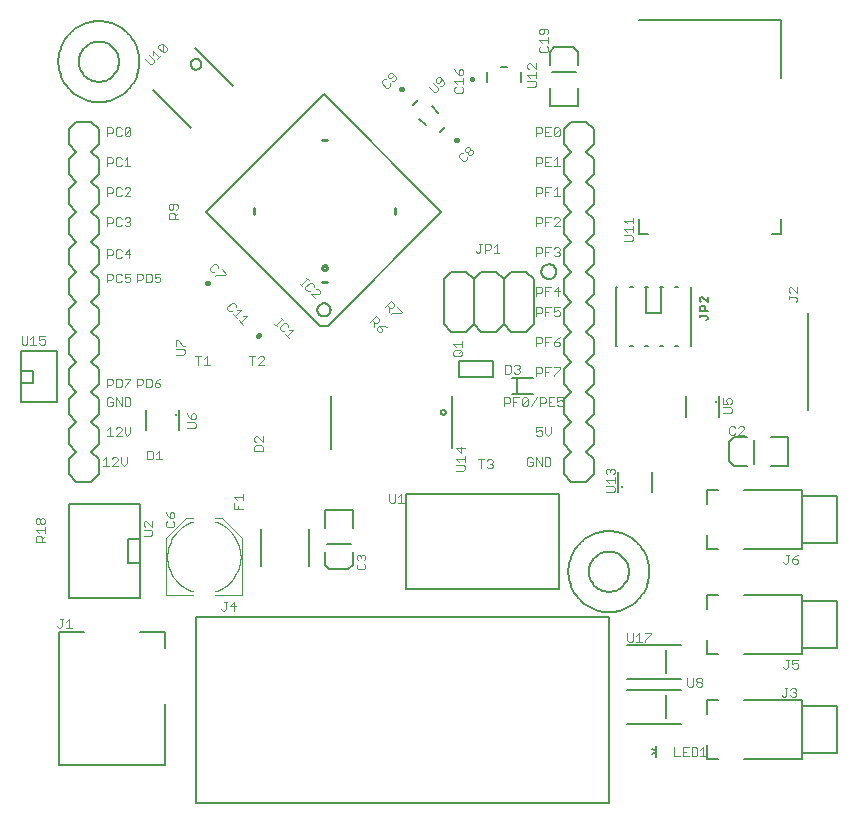
<source format=gto>
G75*
%MOIN*%
%OFA0B0*%
%FSLAX24Y24*%
%IPPOS*%
%LPD*%
%AMOC8*
5,1,8,0,0,1.08239X$1,22.5*
%
%ADD10C,0.0030*%
%ADD11C,0.0060*%
%ADD12C,0.0080*%
%ADD13C,0.0050*%
%ADD14C,0.0040*%
%ADD15C,0.0160*%
%ADD16C,0.0079*%
%ADD17C,0.0100*%
D10*
X001822Y005955D02*
X001870Y005955D01*
X001918Y006003D01*
X001918Y006245D01*
X001870Y006245D02*
X001967Y006245D01*
X002068Y006148D02*
X002165Y006245D01*
X002165Y005955D01*
X002261Y005955D02*
X002068Y005955D01*
X001822Y005955D02*
X001773Y006003D01*
X001353Y008819D02*
X001062Y008819D01*
X001062Y008964D01*
X001111Y009012D01*
X001207Y009012D01*
X001256Y008964D01*
X001256Y008819D01*
X001256Y008915D02*
X001353Y009012D01*
X001353Y009113D02*
X001353Y009307D01*
X001353Y009210D02*
X001062Y009210D01*
X001159Y009113D01*
X001159Y009408D02*
X001111Y009408D01*
X001062Y009456D01*
X001062Y009553D01*
X001111Y009601D01*
X001159Y009601D01*
X001207Y009553D01*
X001207Y009456D01*
X001159Y009408D01*
X001207Y009456D02*
X001256Y009408D01*
X001304Y009408D01*
X001353Y009456D01*
X001353Y009553D01*
X001304Y009601D01*
X001256Y009601D01*
X001207Y009553D01*
X003300Y011340D02*
X003493Y011340D01*
X003397Y011340D02*
X003397Y011630D01*
X003300Y011533D01*
X003595Y011582D02*
X003643Y011630D01*
X003740Y011630D01*
X003788Y011582D01*
X003788Y011533D01*
X003595Y011340D01*
X003788Y011340D01*
X003889Y011437D02*
X003986Y011340D01*
X004083Y011437D01*
X004083Y011630D01*
X003889Y011630D02*
X003889Y011437D01*
X003913Y012340D02*
X003720Y012340D01*
X003913Y012533D01*
X003913Y012582D01*
X003865Y012630D01*
X003768Y012630D01*
X003720Y012582D01*
X003522Y012630D02*
X003522Y012340D01*
X003618Y012340D02*
X003425Y012340D01*
X003425Y012533D02*
X003522Y012630D01*
X004014Y012630D02*
X004014Y012437D01*
X004111Y012340D01*
X004208Y012437D01*
X004208Y012630D01*
X004159Y013340D02*
X004208Y013388D01*
X004208Y013582D01*
X004159Y013630D01*
X004014Y013630D01*
X004014Y013340D01*
X004159Y013340D01*
X003913Y013340D02*
X003913Y013630D01*
X003720Y013630D02*
X003720Y013340D01*
X003618Y013388D02*
X003618Y013485D01*
X003522Y013485D01*
X003618Y013388D02*
X003570Y013340D01*
X003473Y013340D01*
X003425Y013388D01*
X003425Y013582D01*
X003473Y013630D01*
X003570Y013630D01*
X003618Y013582D01*
X003720Y013630D02*
X003913Y013340D01*
X003865Y013965D02*
X003913Y014013D01*
X003913Y014207D01*
X003865Y014255D01*
X003720Y014255D01*
X003720Y013965D01*
X003865Y013965D01*
X004014Y013965D02*
X004014Y014013D01*
X004208Y014207D01*
X004208Y014255D01*
X004014Y014255D01*
X004425Y014255D02*
X004425Y013965D01*
X004425Y014062D02*
X004570Y014062D01*
X004618Y014110D01*
X004618Y014207D01*
X004570Y014255D01*
X004425Y014255D01*
X004720Y014255D02*
X004720Y013965D01*
X004865Y013965D01*
X004913Y014013D01*
X004913Y014207D01*
X004865Y014255D01*
X004720Y014255D01*
X005014Y014110D02*
X005014Y014013D01*
X005063Y013965D01*
X005159Y013965D01*
X005208Y014013D01*
X005208Y014062D01*
X005159Y014110D01*
X005014Y014110D01*
X005111Y014207D01*
X005208Y014255D01*
X005737Y015063D02*
X005979Y015063D01*
X006028Y015112D01*
X006028Y015208D01*
X005979Y015257D01*
X005737Y015257D01*
X005737Y015358D02*
X005737Y015551D01*
X005786Y015551D01*
X005979Y015358D01*
X006028Y015358D01*
X006363Y015005D02*
X006556Y015005D01*
X006459Y015005D02*
X006459Y014715D01*
X006657Y014715D02*
X006851Y014715D01*
X006754Y014715D02*
X006754Y015005D01*
X006657Y014908D01*
X007895Y016132D02*
X008100Y016337D01*
X007963Y016337D01*
X007826Y016200D02*
X007963Y016063D01*
X007755Y016271D02*
X007618Y016408D01*
X007687Y016340D02*
X007892Y016545D01*
X007755Y016545D01*
X007718Y016651D02*
X007718Y016719D01*
X007649Y016788D01*
X007581Y016788D01*
X007444Y016651D01*
X007444Y016582D01*
X007512Y016514D01*
X007581Y016514D01*
X007348Y017727D02*
X007075Y017727D01*
X007040Y017693D01*
X007003Y017799D02*
X006935Y017799D01*
X006866Y017867D01*
X006866Y017936D01*
X007003Y018072D01*
X007072Y018072D01*
X007140Y018004D01*
X007140Y017936D01*
X007246Y017898D02*
X007383Y017761D01*
X007348Y017727D01*
X009012Y016085D02*
X009080Y016017D01*
X009046Y016051D02*
X009251Y016256D01*
X009217Y016290D02*
X009286Y016222D01*
X009322Y016117D02*
X009185Y015980D01*
X009185Y015912D01*
X009253Y015843D01*
X009322Y015843D01*
X009359Y015738D02*
X009496Y015601D01*
X009428Y015669D02*
X009633Y015874D01*
X009496Y015874D01*
X009459Y015980D02*
X009459Y016049D01*
X009390Y016117D01*
X009322Y016117D01*
X010219Y017066D02*
X010493Y017066D01*
X010527Y017101D01*
X010527Y017169D01*
X010459Y017237D01*
X010390Y017237D01*
X010319Y017309D02*
X010319Y017377D01*
X010251Y017446D01*
X010182Y017446D01*
X010045Y017309D01*
X010045Y017241D01*
X010114Y017172D01*
X010182Y017172D01*
X010219Y017066D02*
X010356Y016930D01*
X009941Y017345D02*
X009872Y017414D01*
X009906Y017379D02*
X010112Y017585D01*
X010077Y017619D02*
X010146Y017551D01*
X012198Y016133D02*
X012403Y016338D01*
X012506Y016236D01*
X012506Y016167D01*
X012438Y016099D01*
X012369Y016099D01*
X012267Y016202D01*
X012335Y016133D02*
X012335Y015996D01*
X012441Y015959D02*
X012441Y015891D01*
X012509Y015822D01*
X012578Y015822D01*
X012612Y015856D01*
X012612Y015925D01*
X012509Y016027D01*
X012441Y015959D01*
X012509Y016027D02*
X012646Y016027D01*
X012749Y015993D01*
X012907Y016425D02*
X012941Y016459D01*
X013214Y016459D01*
X013249Y016493D01*
X013112Y016630D01*
X013006Y016667D02*
X012938Y016599D01*
X012869Y016599D01*
X012767Y016702D01*
X012835Y016633D02*
X012835Y016496D01*
X012698Y016633D02*
X012903Y016838D01*
X013006Y016736D01*
X013006Y016667D01*
X014967Y015406D02*
X015064Y015310D01*
X015016Y015208D02*
X015209Y015208D01*
X015258Y015160D01*
X015258Y015063D01*
X015209Y015015D01*
X015016Y015015D01*
X014967Y015063D01*
X014967Y015160D01*
X015016Y015208D01*
X015161Y015112D02*
X015258Y015208D01*
X015258Y015310D02*
X015258Y015503D01*
X015258Y015406D02*
X014967Y015406D01*
X016700Y014718D02*
X016700Y014428D01*
X016845Y014428D01*
X016893Y014476D01*
X016893Y014669D01*
X016845Y014718D01*
X016700Y014718D01*
X016995Y014669D02*
X017043Y014718D01*
X017140Y014718D01*
X017188Y014669D01*
X017188Y014621D01*
X017140Y014573D01*
X017188Y014524D01*
X017188Y014476D01*
X017140Y014428D01*
X017043Y014428D01*
X016995Y014476D01*
X017091Y014573D02*
X017140Y014573D01*
X017738Y014630D02*
X017738Y014340D01*
X017738Y014437D02*
X017883Y014437D01*
X017931Y014485D01*
X017931Y014582D01*
X017883Y014630D01*
X017738Y014630D01*
X018032Y014630D02*
X018032Y014340D01*
X018032Y014485D02*
X018129Y014485D01*
X018032Y014630D02*
X018226Y014630D01*
X018327Y014630D02*
X018520Y014630D01*
X018520Y014582D01*
X018327Y014388D01*
X018327Y014340D01*
X018342Y013630D02*
X018148Y013630D01*
X018148Y013340D01*
X018342Y013340D01*
X018443Y013388D02*
X018491Y013340D01*
X018588Y013340D01*
X018636Y013388D01*
X018636Y013485D01*
X018588Y013533D01*
X018540Y013533D01*
X018443Y013485D01*
X018443Y013630D01*
X018636Y013630D01*
X018245Y013485D02*
X018148Y013485D01*
X018047Y013485D02*
X018047Y013582D01*
X017999Y013630D01*
X017854Y013630D01*
X017854Y013340D01*
X017854Y013437D02*
X017999Y013437D01*
X018047Y013485D01*
X017752Y013630D02*
X017559Y013340D01*
X017458Y013388D02*
X017409Y013340D01*
X017313Y013340D01*
X017264Y013388D01*
X017458Y013582D01*
X017458Y013388D01*
X017264Y013388D02*
X017264Y013582D01*
X017313Y013630D01*
X017409Y013630D01*
X017458Y013582D01*
X017163Y013630D02*
X016970Y013630D01*
X016970Y013340D01*
X016970Y013485D02*
X017066Y013485D01*
X016868Y013485D02*
X016868Y013582D01*
X016820Y013630D01*
X016675Y013630D01*
X016675Y013340D01*
X016675Y013437D02*
X016820Y013437D01*
X016868Y013485D01*
X017738Y012630D02*
X017738Y012485D01*
X017834Y012533D01*
X017883Y012533D01*
X017931Y012485D01*
X017931Y012388D01*
X017883Y012340D01*
X017786Y012340D01*
X017738Y012388D01*
X017738Y012630D02*
X017931Y012630D01*
X018032Y012630D02*
X018032Y012437D01*
X018129Y012340D01*
X018226Y012437D01*
X018226Y012630D01*
X018159Y011630D02*
X018014Y011630D01*
X018014Y011340D01*
X018159Y011340D01*
X018208Y011388D01*
X018208Y011582D01*
X018159Y011630D01*
X017913Y011630D02*
X017913Y011340D01*
X017720Y011630D01*
X017720Y011340D01*
X017618Y011388D02*
X017618Y011485D01*
X017522Y011485D01*
X017618Y011388D02*
X017570Y011340D01*
X017473Y011340D01*
X017425Y011388D01*
X017425Y011582D01*
X017473Y011630D01*
X017570Y011630D01*
X017618Y011582D01*
X016288Y011519D02*
X016288Y011471D01*
X016240Y011423D01*
X016288Y011374D01*
X016288Y011326D01*
X016240Y011278D01*
X016143Y011278D01*
X016095Y011326D01*
X016191Y011423D02*
X016240Y011423D01*
X016288Y011519D02*
X016240Y011568D01*
X016143Y011568D01*
X016095Y011519D01*
X015993Y011568D02*
X015800Y011568D01*
X015897Y011568D02*
X015897Y011278D01*
X015359Y011244D02*
X015359Y011341D01*
X015311Y011389D01*
X015069Y011389D01*
X015166Y011490D02*
X015069Y011587D01*
X015359Y011587D01*
X015359Y011490D02*
X015359Y011684D01*
X015214Y011785D02*
X015214Y011979D01*
X015069Y011930D02*
X015214Y011785D01*
X015359Y011930D02*
X015069Y011930D01*
X015069Y011196D02*
X015311Y011196D01*
X015359Y011244D01*
X013236Y010411D02*
X013236Y010121D01*
X013332Y010121D02*
X013139Y010121D01*
X013038Y010169D02*
X013038Y010411D01*
X013139Y010315D02*
X013236Y010411D01*
X013038Y010169D02*
X012989Y010121D01*
X012893Y010121D01*
X012844Y010169D01*
X012844Y010411D01*
X011990Y008391D02*
X012039Y008342D01*
X012039Y008246D01*
X011990Y008197D01*
X011990Y008096D02*
X012039Y008048D01*
X012039Y007951D01*
X011990Y007903D01*
X011797Y007903D01*
X011749Y007951D01*
X011749Y008048D01*
X011797Y008096D01*
X011797Y008197D02*
X011749Y008246D01*
X011749Y008342D01*
X011797Y008391D01*
X011845Y008391D01*
X011894Y008342D01*
X011942Y008391D01*
X011990Y008391D01*
X011894Y008342D02*
X011894Y008294D01*
X008626Y011844D02*
X008336Y011844D01*
X008336Y011990D01*
X008384Y012038D01*
X008578Y012038D01*
X008626Y011990D01*
X008626Y011844D01*
X008626Y012139D02*
X008433Y012333D01*
X008384Y012333D01*
X008336Y012284D01*
X008336Y012187D01*
X008384Y012139D01*
X008626Y012139D02*
X008626Y012333D01*
X007958Y010416D02*
X007958Y010222D01*
X007958Y010319D02*
X007667Y010319D01*
X007764Y010222D01*
X007667Y010121D02*
X007667Y009928D01*
X007958Y009928D01*
X007812Y009928D02*
X007812Y010024D01*
X005671Y009754D02*
X005623Y009803D01*
X005574Y009803D01*
X005526Y009754D01*
X005526Y009609D01*
X005623Y009609D01*
X005671Y009658D01*
X005671Y009754D01*
X005526Y009609D02*
X005429Y009706D01*
X005381Y009803D01*
X005429Y009508D02*
X005381Y009460D01*
X005381Y009363D01*
X005429Y009315D01*
X005623Y009315D01*
X005671Y009363D01*
X005671Y009460D01*
X005623Y009508D01*
X004936Y009513D02*
X004936Y009319D01*
X004742Y009513D01*
X004694Y009513D01*
X004646Y009464D01*
X004646Y009368D01*
X004694Y009319D01*
X004646Y009218D02*
X004887Y009218D01*
X004936Y009170D01*
X004936Y009073D01*
X004887Y009025D01*
X004646Y009025D01*
X004769Y011564D02*
X004914Y011564D01*
X004962Y011612D01*
X004962Y011806D01*
X004914Y011854D01*
X004769Y011854D01*
X004769Y011564D01*
X005063Y011564D02*
X005257Y011564D01*
X005160Y011564D02*
X005160Y011854D01*
X005063Y011757D01*
X006095Y012615D02*
X006337Y012615D01*
X006385Y012663D01*
X006385Y012760D01*
X006337Y012809D01*
X006095Y012809D01*
X006240Y012910D02*
X006240Y013055D01*
X006288Y013103D01*
X006337Y013103D01*
X006385Y013055D01*
X006385Y012958D01*
X006337Y012910D01*
X006240Y012910D01*
X006143Y013006D01*
X006095Y013103D01*
X008272Y014715D02*
X008272Y015005D01*
X008368Y015005D02*
X008175Y015005D01*
X008470Y014957D02*
X008518Y015005D01*
X008615Y015005D01*
X008663Y014957D01*
X008663Y014908D01*
X008470Y014715D01*
X008663Y014715D01*
X005208Y017513D02*
X005159Y017465D01*
X005063Y017465D01*
X005014Y017513D01*
X005014Y017610D02*
X005111Y017658D01*
X005159Y017658D01*
X005208Y017610D01*
X005208Y017513D01*
X005014Y017610D02*
X005014Y017755D01*
X005208Y017755D01*
X004913Y017707D02*
X004865Y017755D01*
X004720Y017755D01*
X004720Y017465D01*
X004865Y017465D01*
X004913Y017513D01*
X004913Y017707D01*
X004618Y017707D02*
X004618Y017610D01*
X004570Y017562D01*
X004425Y017562D01*
X004425Y017465D02*
X004425Y017755D01*
X004570Y017755D01*
X004618Y017707D01*
X004208Y017755D02*
X004014Y017755D01*
X004014Y017610D01*
X004111Y017658D01*
X004159Y017658D01*
X004208Y017610D01*
X004208Y017513D01*
X004159Y017465D01*
X004063Y017465D01*
X004014Y017513D01*
X003913Y017513D02*
X003865Y017465D01*
X003768Y017465D01*
X003720Y017513D01*
X003720Y017707D01*
X003768Y017755D01*
X003865Y017755D01*
X003913Y017707D01*
X003618Y017707D02*
X003618Y017610D01*
X003570Y017562D01*
X003425Y017562D01*
X003425Y017465D02*
X003425Y017755D01*
X003570Y017755D01*
X003618Y017707D01*
X003768Y018278D02*
X003865Y018278D01*
X003913Y018326D01*
X004014Y018423D02*
X004208Y018423D01*
X004159Y018278D02*
X004159Y018568D01*
X004014Y018423D01*
X003913Y018519D02*
X003865Y018568D01*
X003768Y018568D01*
X003720Y018519D01*
X003720Y018326D01*
X003768Y018278D01*
X003618Y018423D02*
X003570Y018374D01*
X003425Y018374D01*
X003425Y018278D02*
X003425Y018568D01*
X003570Y018568D01*
X003618Y018519D01*
X003618Y018423D01*
X003768Y019340D02*
X003865Y019340D01*
X003913Y019388D01*
X004014Y019388D02*
X004063Y019340D01*
X004159Y019340D01*
X004208Y019388D01*
X004208Y019437D01*
X004159Y019485D01*
X004111Y019485D01*
X004159Y019485D02*
X004208Y019533D01*
X004208Y019582D01*
X004159Y019630D01*
X004063Y019630D01*
X004014Y019582D01*
X003913Y019582D02*
X003865Y019630D01*
X003768Y019630D01*
X003720Y019582D01*
X003720Y019388D01*
X003768Y019340D01*
X003618Y019485D02*
X003570Y019437D01*
X003425Y019437D01*
X003425Y019340D02*
X003425Y019630D01*
X003570Y019630D01*
X003618Y019582D01*
X003618Y019485D01*
X003768Y020340D02*
X003865Y020340D01*
X003913Y020388D01*
X004014Y020340D02*
X004208Y020533D01*
X004208Y020582D01*
X004159Y020630D01*
X004063Y020630D01*
X004014Y020582D01*
X003913Y020582D02*
X003865Y020630D01*
X003768Y020630D01*
X003720Y020582D01*
X003720Y020388D01*
X003768Y020340D01*
X003618Y020485D02*
X003570Y020437D01*
X003425Y020437D01*
X003425Y020340D02*
X003425Y020630D01*
X003570Y020630D01*
X003618Y020582D01*
X003618Y020485D01*
X004014Y020340D02*
X004208Y020340D01*
X004208Y021340D02*
X004014Y021340D01*
X004111Y021340D02*
X004111Y021630D01*
X004014Y021533D01*
X003913Y021582D02*
X003865Y021630D01*
X003768Y021630D01*
X003720Y021582D01*
X003720Y021388D01*
X003768Y021340D01*
X003865Y021340D01*
X003913Y021388D01*
X003618Y021485D02*
X003570Y021437D01*
X003425Y021437D01*
X003425Y021340D02*
X003425Y021630D01*
X003570Y021630D01*
X003618Y021582D01*
X003618Y021485D01*
X003768Y022340D02*
X003865Y022340D01*
X003913Y022388D01*
X004014Y022388D02*
X004208Y022582D01*
X004208Y022388D01*
X004159Y022340D01*
X004063Y022340D01*
X004014Y022388D01*
X004014Y022582D01*
X004063Y022630D01*
X004159Y022630D01*
X004208Y022582D01*
X003913Y022582D02*
X003865Y022630D01*
X003768Y022630D01*
X003720Y022582D01*
X003720Y022388D01*
X003768Y022340D01*
X003618Y022485D02*
X003618Y022582D01*
X003570Y022630D01*
X003425Y022630D01*
X003425Y022340D01*
X003425Y022437D02*
X003570Y022437D01*
X003618Y022485D01*
X004865Y024732D02*
X004694Y024903D01*
X004831Y025040D02*
X005002Y024869D01*
X005002Y024800D01*
X004933Y024732D01*
X004865Y024732D01*
X005107Y024906D02*
X005244Y025043D01*
X005176Y024974D02*
X004971Y025179D01*
X004971Y025043D01*
X005145Y025285D02*
X005145Y025354D01*
X005213Y025422D01*
X005282Y025422D01*
X005282Y025148D01*
X005350Y025148D01*
X005418Y025217D01*
X005418Y025285D01*
X005282Y025422D01*
X005145Y025285D02*
X005282Y025148D01*
X005541Y020078D02*
X005492Y020030D01*
X005492Y019933D01*
X005541Y019885D01*
X005589Y019885D01*
X005637Y019933D01*
X005637Y020078D01*
X005541Y020078D02*
X005734Y020078D01*
X005783Y020030D01*
X005783Y019933D01*
X005734Y019885D01*
X005783Y019783D02*
X005686Y019687D01*
X005686Y019735D02*
X005686Y019590D01*
X005783Y019590D02*
X005492Y019590D01*
X005492Y019735D01*
X005541Y019783D01*
X005637Y019783D01*
X005686Y019735D01*
X001367Y015686D02*
X001174Y015686D01*
X001174Y015541D01*
X001271Y015590D01*
X001319Y015590D01*
X001367Y015541D01*
X001367Y015444D01*
X001319Y015396D01*
X001222Y015396D01*
X001174Y015444D01*
X001073Y015396D02*
X000879Y015396D01*
X000976Y015396D02*
X000976Y015686D01*
X000879Y015590D01*
X000778Y015686D02*
X000778Y015444D01*
X000730Y015396D01*
X000633Y015396D01*
X000584Y015444D01*
X000584Y015686D01*
X003425Y014255D02*
X003425Y013965D01*
X003425Y014062D02*
X003570Y014062D01*
X003618Y014110D01*
X003618Y014207D01*
X003570Y014255D01*
X003425Y014255D01*
X007334Y006818D02*
X007431Y006818D01*
X007383Y006818D02*
X007383Y006576D01*
X007334Y006528D01*
X007286Y006528D01*
X007238Y006576D01*
X007532Y006673D02*
X007726Y006673D01*
X007677Y006818D02*
X007532Y006673D01*
X007677Y006528D02*
X007677Y006818D01*
X017738Y015340D02*
X017738Y015630D01*
X017883Y015630D01*
X017931Y015582D01*
X017931Y015485D01*
X017883Y015437D01*
X017738Y015437D01*
X018032Y015485D02*
X018129Y015485D01*
X018032Y015340D02*
X018032Y015630D01*
X018226Y015630D01*
X018327Y015485D02*
X018472Y015485D01*
X018520Y015437D01*
X018520Y015388D01*
X018472Y015340D01*
X018375Y015340D01*
X018327Y015388D01*
X018327Y015485D01*
X018424Y015582D01*
X018520Y015630D01*
X018472Y016340D02*
X018375Y016340D01*
X018327Y016388D01*
X018327Y016485D02*
X018424Y016533D01*
X018472Y016533D01*
X018520Y016485D01*
X018520Y016388D01*
X018472Y016340D01*
X018327Y016485D02*
X018327Y016630D01*
X018520Y016630D01*
X018226Y016630D02*
X018032Y016630D01*
X018032Y016340D01*
X018032Y016485D02*
X018129Y016485D01*
X017931Y016485D02*
X017883Y016437D01*
X017738Y016437D01*
X017738Y016340D02*
X017738Y016630D01*
X017883Y016630D01*
X017931Y016582D01*
X017931Y016485D01*
X018032Y017028D02*
X018032Y017318D01*
X018226Y017318D01*
X018129Y017173D02*
X018032Y017173D01*
X017931Y017173D02*
X017883Y017124D01*
X017738Y017124D01*
X017738Y017028D02*
X017738Y017318D01*
X017883Y017318D01*
X017931Y017269D01*
X017931Y017173D01*
X018327Y017173D02*
X018520Y017173D01*
X018472Y017028D02*
X018472Y017318D01*
X018327Y017173D01*
X018375Y018340D02*
X018327Y018388D01*
X018375Y018340D02*
X018472Y018340D01*
X018520Y018388D01*
X018520Y018437D01*
X018472Y018485D01*
X018424Y018485D01*
X018472Y018485D02*
X018520Y018533D01*
X018520Y018582D01*
X018472Y018630D01*
X018375Y018630D01*
X018327Y018582D01*
X018226Y018630D02*
X018032Y018630D01*
X018032Y018340D01*
X018032Y018485D02*
X018129Y018485D01*
X017931Y018485D02*
X017883Y018437D01*
X017738Y018437D01*
X017738Y018340D02*
X017738Y018630D01*
X017883Y018630D01*
X017931Y018582D01*
X017931Y018485D01*
X018032Y019340D02*
X018032Y019630D01*
X018226Y019630D01*
X018327Y019582D02*
X018375Y019630D01*
X018472Y019630D01*
X018520Y019582D01*
X018520Y019533D01*
X018327Y019340D01*
X018520Y019340D01*
X018129Y019485D02*
X018032Y019485D01*
X017931Y019485D02*
X017883Y019437D01*
X017738Y019437D01*
X017738Y019340D02*
X017738Y019630D01*
X017883Y019630D01*
X017931Y019582D01*
X017931Y019485D01*
X018032Y020340D02*
X018032Y020630D01*
X018226Y020630D01*
X018327Y020533D02*
X018424Y020630D01*
X018424Y020340D01*
X018520Y020340D02*
X018327Y020340D01*
X018129Y020485D02*
X018032Y020485D01*
X017931Y020485D02*
X017883Y020437D01*
X017738Y020437D01*
X017738Y020340D02*
X017738Y020630D01*
X017883Y020630D01*
X017931Y020582D01*
X017931Y020485D01*
X018032Y021340D02*
X018226Y021340D01*
X018327Y021340D02*
X018520Y021340D01*
X018424Y021340D02*
X018424Y021630D01*
X018327Y021533D01*
X018226Y021630D02*
X018032Y021630D01*
X018032Y021340D01*
X018032Y021485D02*
X018129Y021485D01*
X017931Y021485D02*
X017883Y021437D01*
X017738Y021437D01*
X017738Y021340D02*
X017738Y021630D01*
X017883Y021630D01*
X017931Y021582D01*
X017931Y021485D01*
X018032Y022340D02*
X018226Y022340D01*
X018327Y022388D02*
X018520Y022582D01*
X018520Y022388D01*
X018472Y022340D01*
X018375Y022340D01*
X018327Y022388D01*
X018327Y022582D01*
X018375Y022630D01*
X018472Y022630D01*
X018520Y022582D01*
X018226Y022630D02*
X018032Y022630D01*
X018032Y022340D01*
X018032Y022485D02*
X018129Y022485D01*
X017931Y022485D02*
X017883Y022437D01*
X017738Y022437D01*
X017738Y022340D02*
X017738Y022630D01*
X017883Y022630D01*
X017931Y022582D01*
X017931Y022485D01*
X017684Y023990D02*
X017442Y023990D01*
X017442Y024183D02*
X017684Y024183D01*
X017733Y024135D01*
X017733Y024038D01*
X017684Y023990D01*
X017733Y024285D02*
X017733Y024478D01*
X017733Y024381D02*
X017442Y024381D01*
X017539Y024285D01*
X017491Y024579D02*
X017442Y024628D01*
X017442Y024724D01*
X017491Y024773D01*
X017539Y024773D01*
X017733Y024579D01*
X017733Y024773D01*
X017892Y025144D02*
X018085Y025144D01*
X018134Y025192D01*
X018134Y025289D01*
X018085Y025337D01*
X018134Y025438D02*
X018134Y025632D01*
X018134Y025535D02*
X017843Y025535D01*
X017940Y025438D01*
X017892Y025337D02*
X017843Y025289D01*
X017843Y025192D01*
X017892Y025144D01*
X017892Y025733D02*
X017843Y025781D01*
X017843Y025878D01*
X017892Y025926D01*
X018085Y025926D01*
X018134Y025878D01*
X018134Y025781D01*
X018085Y025733D01*
X017989Y025781D02*
X017989Y025926D01*
X017989Y025781D02*
X017940Y025733D01*
X017892Y025733D01*
X015303Y024522D02*
X015254Y024570D01*
X015206Y024570D01*
X015157Y024522D01*
X015157Y024377D01*
X015254Y024377D01*
X015303Y024425D01*
X015303Y024522D01*
X015157Y024377D02*
X015061Y024474D01*
X015012Y024570D01*
X015012Y024179D02*
X015303Y024179D01*
X015303Y024082D02*
X015303Y024276D01*
X015109Y024082D02*
X015012Y024179D01*
X015061Y023981D02*
X015012Y023933D01*
X015012Y023836D01*
X015061Y023788D01*
X015254Y023788D01*
X015303Y023836D01*
X015303Y023933D01*
X015254Y023981D01*
X014666Y024094D02*
X014666Y024162D01*
X014530Y024299D01*
X014461Y024299D01*
X014393Y024230D01*
X014393Y024162D01*
X014427Y024128D01*
X014495Y024128D01*
X014598Y024230D01*
X014666Y024094D02*
X014598Y024025D01*
X014530Y024025D01*
X014458Y023954D02*
X014287Y024125D01*
X014150Y023988D02*
X014321Y023817D01*
X014390Y023817D01*
X014458Y023885D01*
X014458Y023954D01*
X013073Y024237D02*
X013073Y024305D01*
X012936Y024442D01*
X012868Y024442D01*
X012800Y024374D01*
X012800Y024305D01*
X012834Y024271D01*
X012902Y024271D01*
X013005Y024374D01*
X013073Y024237D02*
X013005Y024168D01*
X012936Y024168D01*
X012865Y024097D02*
X012865Y024028D01*
X012796Y023960D01*
X012728Y023960D01*
X012591Y024097D01*
X012591Y024165D01*
X012660Y024234D01*
X012728Y024234D01*
X015221Y021778D02*
X015152Y021709D01*
X015152Y021641D01*
X015289Y021504D01*
X015357Y021504D01*
X015426Y021572D01*
X015426Y021641D01*
X015497Y021712D02*
X015463Y021746D01*
X015463Y021815D01*
X015531Y021883D01*
X015600Y021883D01*
X015634Y021849D01*
X015634Y021781D01*
X015566Y021712D01*
X015497Y021712D01*
X015463Y021815D02*
X015395Y021815D01*
X015360Y021849D01*
X015360Y021917D01*
X015429Y021986D01*
X015497Y021986D01*
X015531Y021952D01*
X015531Y021883D01*
X015289Y021778D02*
X015221Y021778D01*
X015825Y018748D02*
X015922Y018748D01*
X015874Y018748D02*
X015874Y018506D01*
X015825Y018458D01*
X015777Y018458D01*
X015729Y018506D01*
X016023Y018554D02*
X016168Y018554D01*
X016217Y018603D01*
X016217Y018699D01*
X016168Y018748D01*
X016023Y018748D01*
X016023Y018458D01*
X016318Y018458D02*
X016511Y018458D01*
X016415Y018458D02*
X016415Y018748D01*
X016318Y018651D01*
X020664Y018843D02*
X020906Y018843D01*
X020954Y018891D01*
X020954Y018988D01*
X020906Y019036D01*
X020664Y019036D01*
X020761Y019138D02*
X020664Y019234D01*
X020954Y019234D01*
X020954Y019138D02*
X020954Y019331D01*
X020954Y019432D02*
X020954Y019626D01*
X020954Y019529D02*
X020664Y019529D01*
X020761Y019432D01*
X026149Y017267D02*
X026149Y017171D01*
X026197Y017122D01*
X026149Y017021D02*
X026149Y016924D01*
X026149Y016973D02*
X026390Y016973D01*
X026439Y016924D01*
X026439Y016876D01*
X026390Y016828D01*
X026439Y017122D02*
X026245Y017316D01*
X026197Y017316D01*
X026149Y017267D01*
X026439Y017316D02*
X026439Y017122D01*
X024212Y013603D02*
X024260Y013555D01*
X024260Y013458D01*
X024212Y013410D01*
X024115Y013410D02*
X024067Y013506D01*
X024067Y013555D01*
X024115Y013603D01*
X024212Y013603D01*
X024115Y013410D02*
X023970Y013410D01*
X023970Y013603D01*
X023970Y013309D02*
X024212Y013309D01*
X024260Y013260D01*
X024260Y013163D01*
X024212Y013115D01*
X023970Y013115D01*
X024223Y012674D02*
X024175Y012626D01*
X024175Y012432D01*
X024223Y012384D01*
X024320Y012384D01*
X024368Y012432D01*
X024470Y012384D02*
X024663Y012577D01*
X024663Y012626D01*
X024615Y012674D01*
X024518Y012674D01*
X024470Y012626D01*
X024368Y012626D02*
X024320Y012674D01*
X024223Y012674D01*
X024470Y012384D02*
X024663Y012384D01*
X026076Y008379D02*
X026173Y008379D01*
X026125Y008379D02*
X026125Y008137D01*
X026076Y008089D01*
X026028Y008089D01*
X025979Y008137D01*
X026274Y008137D02*
X026274Y008234D01*
X026419Y008234D01*
X026468Y008186D01*
X026468Y008137D01*
X026419Y008089D01*
X026322Y008089D01*
X026274Y008137D01*
X026274Y008234D02*
X026371Y008331D01*
X026468Y008379D01*
X026468Y004879D02*
X026274Y004879D01*
X026274Y004734D01*
X026371Y004782D01*
X026419Y004782D01*
X026468Y004734D01*
X026468Y004637D01*
X026419Y004589D01*
X026322Y004589D01*
X026274Y004637D01*
X026125Y004637D02*
X026125Y004879D01*
X026173Y004879D02*
X026076Y004879D01*
X026125Y004637D02*
X026076Y004589D01*
X026028Y004589D01*
X025979Y004637D01*
X026014Y003942D02*
X026110Y003942D01*
X026062Y003942D02*
X026062Y003700D01*
X026014Y003651D01*
X025965Y003651D01*
X025917Y003700D01*
X026212Y003700D02*
X026260Y003651D01*
X026357Y003651D01*
X026405Y003700D01*
X026405Y003748D01*
X026357Y003797D01*
X026308Y003797D01*
X026357Y003797D02*
X026405Y003845D01*
X026405Y003893D01*
X026357Y003942D01*
X026260Y003942D01*
X026212Y003893D01*
X023263Y004038D02*
X023215Y003990D01*
X023118Y003990D01*
X023070Y004038D01*
X023070Y004087D01*
X023118Y004135D01*
X023215Y004135D01*
X023263Y004087D01*
X023263Y004038D01*
X023215Y004135D02*
X023263Y004183D01*
X023263Y004232D01*
X023215Y004280D01*
X023118Y004280D01*
X023070Y004232D01*
X023070Y004183D01*
X023118Y004135D01*
X022968Y004038D02*
X022968Y004280D01*
X022775Y004280D02*
X022775Y004038D01*
X022823Y003990D01*
X022920Y003990D01*
X022968Y004038D01*
X021364Y005490D02*
X021364Y005538D01*
X021558Y005732D01*
X021558Y005780D01*
X021364Y005780D01*
X021166Y005780D02*
X021166Y005490D01*
X021070Y005490D02*
X021263Y005490D01*
X021070Y005683D02*
X021166Y005780D01*
X020968Y005780D02*
X020968Y005538D01*
X020920Y005490D01*
X020823Y005490D01*
X020775Y005538D01*
X020775Y005780D01*
X022325Y001968D02*
X022325Y001678D01*
X022518Y001678D01*
X022620Y001678D02*
X022620Y001968D01*
X022813Y001968D01*
X022914Y001968D02*
X022914Y001678D01*
X023059Y001678D01*
X023108Y001726D01*
X023108Y001919D01*
X023059Y001968D01*
X022914Y001968D01*
X022716Y001823D02*
X022620Y001823D01*
X022620Y001678D02*
X022813Y001678D01*
X023209Y001678D02*
X023402Y001678D01*
X023306Y001678D02*
X023306Y001968D01*
X023209Y001871D01*
X020302Y010476D02*
X020060Y010476D01*
X020060Y010669D02*
X020302Y010669D01*
X020350Y010621D01*
X020350Y010524D01*
X020302Y010476D01*
X020350Y010770D02*
X020350Y010964D01*
X020350Y010867D02*
X020060Y010867D01*
X020156Y010770D01*
X020108Y011065D02*
X020060Y011113D01*
X020060Y011210D01*
X020108Y011258D01*
X020156Y011258D01*
X020205Y011210D01*
X020253Y011258D01*
X020302Y011258D01*
X020350Y011210D01*
X020350Y011113D01*
X020302Y011065D01*
X020205Y011162D02*
X020205Y011210D01*
D11*
X020476Y011160D02*
X020476Y010485D01*
X021596Y010485D02*
X021596Y011160D01*
X022724Y012990D02*
X022724Y013665D01*
X023844Y013665D02*
X023844Y012990D01*
X018810Y007825D02*
X018812Y007898D01*
X018818Y007971D01*
X018828Y008043D01*
X018842Y008115D01*
X018859Y008186D01*
X018881Y008256D01*
X018906Y008325D01*
X018935Y008392D01*
X018967Y008457D01*
X019003Y008521D01*
X019043Y008583D01*
X019085Y008642D01*
X019131Y008699D01*
X019180Y008753D01*
X019232Y008805D01*
X019286Y008854D01*
X019343Y008900D01*
X019402Y008942D01*
X019464Y008982D01*
X019528Y009018D01*
X019593Y009050D01*
X019660Y009079D01*
X019729Y009104D01*
X019799Y009126D01*
X019870Y009143D01*
X019942Y009157D01*
X020014Y009167D01*
X020087Y009173D01*
X020160Y009175D01*
X020233Y009173D01*
X020306Y009167D01*
X020378Y009157D01*
X020450Y009143D01*
X020521Y009126D01*
X020591Y009104D01*
X020660Y009079D01*
X020727Y009050D01*
X020792Y009018D01*
X020856Y008982D01*
X020918Y008942D01*
X020977Y008900D01*
X021034Y008854D01*
X021088Y008805D01*
X021140Y008753D01*
X021189Y008699D01*
X021235Y008642D01*
X021277Y008583D01*
X021317Y008521D01*
X021353Y008457D01*
X021385Y008392D01*
X021414Y008325D01*
X021439Y008256D01*
X021461Y008186D01*
X021478Y008115D01*
X021492Y008043D01*
X021502Y007971D01*
X021508Y007898D01*
X021510Y007825D01*
X021508Y007752D01*
X021502Y007679D01*
X021492Y007607D01*
X021478Y007535D01*
X021461Y007464D01*
X021439Y007394D01*
X021414Y007325D01*
X021385Y007258D01*
X021353Y007193D01*
X021317Y007129D01*
X021277Y007067D01*
X021235Y007008D01*
X021189Y006951D01*
X021140Y006897D01*
X021088Y006845D01*
X021034Y006796D01*
X020977Y006750D01*
X020918Y006708D01*
X020856Y006668D01*
X020792Y006632D01*
X020727Y006600D01*
X020660Y006571D01*
X020591Y006546D01*
X020521Y006524D01*
X020450Y006507D01*
X020378Y006493D01*
X020306Y006483D01*
X020233Y006477D01*
X020160Y006475D01*
X020087Y006477D01*
X020014Y006483D01*
X019942Y006493D01*
X019870Y006507D01*
X019799Y006524D01*
X019729Y006546D01*
X019660Y006571D01*
X019593Y006600D01*
X019528Y006632D01*
X019464Y006668D01*
X019402Y006708D01*
X019343Y006750D01*
X019286Y006796D01*
X019232Y006845D01*
X019180Y006897D01*
X019131Y006951D01*
X019085Y007008D01*
X019043Y007067D01*
X019003Y007129D01*
X018967Y007193D01*
X018935Y007258D01*
X018906Y007325D01*
X018881Y007394D01*
X018859Y007464D01*
X018842Y007535D01*
X018828Y007607D01*
X018818Y007679D01*
X018812Y007752D01*
X018810Y007825D01*
X016297Y014319D02*
X015148Y014319D01*
X015148Y014831D01*
X016297Y014831D01*
X016297Y014319D01*
X016410Y015825D02*
X015910Y015825D01*
X015660Y016075D01*
X015410Y015825D01*
X014910Y015825D01*
X014660Y016075D01*
X014660Y017575D01*
X014910Y017825D01*
X015410Y017825D01*
X015660Y017575D01*
X015660Y016075D01*
X016410Y015825D02*
X016660Y016075D01*
X016660Y017575D01*
X016410Y017825D01*
X015910Y017825D01*
X015660Y017575D01*
X016660Y017575D02*
X016910Y017825D01*
X017410Y017825D01*
X017660Y017575D01*
X017660Y016075D01*
X017410Y015825D01*
X016910Y015825D01*
X016660Y016075D01*
X014577Y019825D02*
X010780Y016028D01*
X010540Y016028D01*
X006743Y019825D01*
X010660Y023742D01*
X014577Y019825D01*
X010440Y016551D02*
X010442Y016580D01*
X010448Y016609D01*
X010457Y016637D01*
X010471Y016663D01*
X010487Y016687D01*
X010507Y016709D01*
X010530Y016728D01*
X010554Y016744D01*
X010581Y016756D01*
X010609Y016765D01*
X010638Y016770D01*
X010667Y016771D01*
X010697Y016768D01*
X010725Y016761D01*
X010753Y016751D01*
X010778Y016736D01*
X010802Y016719D01*
X010823Y016699D01*
X010841Y016676D01*
X010856Y016650D01*
X010868Y016623D01*
X010876Y016595D01*
X010880Y016566D01*
X010880Y016536D01*
X010876Y016507D01*
X010868Y016479D01*
X010856Y016452D01*
X010841Y016426D01*
X010823Y016403D01*
X010802Y016383D01*
X010778Y016366D01*
X010753Y016351D01*
X010725Y016341D01*
X010697Y016334D01*
X010667Y016331D01*
X010638Y016332D01*
X010609Y016337D01*
X010581Y016346D01*
X010554Y016358D01*
X010530Y016374D01*
X010507Y016393D01*
X010487Y016415D01*
X010471Y016439D01*
X010457Y016465D01*
X010448Y016493D01*
X010442Y016522D01*
X010440Y016551D01*
X005844Y013227D02*
X005844Y012552D01*
X004724Y012552D02*
X004724Y013227D01*
X006220Y022614D02*
X004949Y023885D01*
X006218Y024742D02*
X006220Y024768D01*
X006226Y024794D01*
X006235Y024818D01*
X006248Y024841D01*
X006264Y024862D01*
X006283Y024880D01*
X006304Y024896D01*
X006328Y024908D01*
X006352Y024916D01*
X006378Y024921D01*
X006405Y024922D01*
X006431Y024919D01*
X006456Y024912D01*
X006480Y024902D01*
X006503Y024888D01*
X006523Y024872D01*
X006540Y024852D01*
X006555Y024830D01*
X006566Y024806D01*
X006574Y024781D01*
X006578Y024755D01*
X006578Y024729D01*
X006574Y024703D01*
X006566Y024678D01*
X006555Y024654D01*
X006540Y024632D01*
X006523Y024612D01*
X006503Y024596D01*
X006480Y024582D01*
X006456Y024572D01*
X006431Y024565D01*
X006405Y024562D01*
X006378Y024563D01*
X006352Y024568D01*
X006328Y024576D01*
X006304Y024588D01*
X006283Y024604D01*
X006264Y024622D01*
X006248Y024643D01*
X006235Y024666D01*
X006226Y024690D01*
X006220Y024716D01*
X006218Y024742D01*
X006350Y025286D02*
X007621Y024015D01*
X001810Y024825D02*
X001812Y024898D01*
X001818Y024971D01*
X001828Y025043D01*
X001842Y025115D01*
X001859Y025186D01*
X001881Y025256D01*
X001906Y025325D01*
X001935Y025392D01*
X001967Y025457D01*
X002003Y025521D01*
X002043Y025583D01*
X002085Y025642D01*
X002131Y025699D01*
X002180Y025753D01*
X002232Y025805D01*
X002286Y025854D01*
X002343Y025900D01*
X002402Y025942D01*
X002464Y025982D01*
X002528Y026018D01*
X002593Y026050D01*
X002660Y026079D01*
X002729Y026104D01*
X002799Y026126D01*
X002870Y026143D01*
X002942Y026157D01*
X003014Y026167D01*
X003087Y026173D01*
X003160Y026175D01*
X003233Y026173D01*
X003306Y026167D01*
X003378Y026157D01*
X003450Y026143D01*
X003521Y026126D01*
X003591Y026104D01*
X003660Y026079D01*
X003727Y026050D01*
X003792Y026018D01*
X003856Y025982D01*
X003918Y025942D01*
X003977Y025900D01*
X004034Y025854D01*
X004088Y025805D01*
X004140Y025753D01*
X004189Y025699D01*
X004235Y025642D01*
X004277Y025583D01*
X004317Y025521D01*
X004353Y025457D01*
X004385Y025392D01*
X004414Y025325D01*
X004439Y025256D01*
X004461Y025186D01*
X004478Y025115D01*
X004492Y025043D01*
X004502Y024971D01*
X004508Y024898D01*
X004510Y024825D01*
X004508Y024752D01*
X004502Y024679D01*
X004492Y024607D01*
X004478Y024535D01*
X004461Y024464D01*
X004439Y024394D01*
X004414Y024325D01*
X004385Y024258D01*
X004353Y024193D01*
X004317Y024129D01*
X004277Y024067D01*
X004235Y024008D01*
X004189Y023951D01*
X004140Y023897D01*
X004088Y023845D01*
X004034Y023796D01*
X003977Y023750D01*
X003918Y023708D01*
X003856Y023668D01*
X003792Y023632D01*
X003727Y023600D01*
X003660Y023571D01*
X003591Y023546D01*
X003521Y023524D01*
X003450Y023507D01*
X003378Y023493D01*
X003306Y023483D01*
X003233Y023477D01*
X003160Y023475D01*
X003087Y023477D01*
X003014Y023483D01*
X002942Y023493D01*
X002870Y023507D01*
X002799Y023524D01*
X002729Y023546D01*
X002660Y023571D01*
X002593Y023600D01*
X002528Y023632D01*
X002464Y023668D01*
X002402Y023708D01*
X002343Y023750D01*
X002286Y023796D01*
X002232Y023845D01*
X002180Y023897D01*
X002131Y023951D01*
X002085Y024008D01*
X002043Y024067D01*
X002003Y024129D01*
X001967Y024193D01*
X001935Y024258D01*
X001906Y024325D01*
X001881Y024394D01*
X001859Y024464D01*
X001842Y024535D01*
X001828Y024607D01*
X001818Y024679D01*
X001812Y024752D01*
X001810Y024825D01*
D12*
X002491Y024825D02*
X002493Y024876D01*
X002499Y024927D01*
X002509Y024977D01*
X002522Y025027D01*
X002540Y025075D01*
X002560Y025122D01*
X002585Y025167D01*
X002613Y025210D01*
X002644Y025251D01*
X002678Y025289D01*
X002715Y025324D01*
X002754Y025357D01*
X002796Y025387D01*
X002840Y025413D01*
X002886Y025435D01*
X002934Y025455D01*
X002983Y025470D01*
X003033Y025482D01*
X003083Y025490D01*
X003134Y025494D01*
X003186Y025494D01*
X003237Y025490D01*
X003287Y025482D01*
X003337Y025470D01*
X003386Y025455D01*
X003434Y025435D01*
X003480Y025413D01*
X003524Y025387D01*
X003566Y025357D01*
X003605Y025324D01*
X003642Y025289D01*
X003676Y025251D01*
X003707Y025210D01*
X003735Y025167D01*
X003760Y025122D01*
X003780Y025075D01*
X003798Y025027D01*
X003811Y024977D01*
X003821Y024927D01*
X003827Y024876D01*
X003829Y024825D01*
X003827Y024774D01*
X003821Y024723D01*
X003811Y024673D01*
X003798Y024623D01*
X003780Y024575D01*
X003760Y024528D01*
X003735Y024483D01*
X003707Y024440D01*
X003676Y024399D01*
X003642Y024361D01*
X003605Y024326D01*
X003566Y024293D01*
X003524Y024263D01*
X003480Y024237D01*
X003434Y024215D01*
X003386Y024195D01*
X003337Y024180D01*
X003287Y024168D01*
X003237Y024160D01*
X003186Y024156D01*
X003134Y024156D01*
X003083Y024160D01*
X003033Y024168D01*
X002983Y024180D01*
X002934Y024195D01*
X002886Y024215D01*
X002840Y024237D01*
X002796Y024263D01*
X002754Y024293D01*
X002715Y024326D01*
X002678Y024361D01*
X002644Y024399D01*
X002613Y024440D01*
X002585Y024483D01*
X002560Y024528D01*
X002540Y024575D01*
X002522Y024623D01*
X002509Y024673D01*
X002499Y024723D01*
X002493Y024774D01*
X002491Y024825D01*
X002410Y022825D02*
X002160Y022575D01*
X002160Y022075D01*
X002410Y021825D01*
X002160Y021575D01*
X002160Y021075D01*
X002410Y020825D01*
X002160Y020575D01*
X002160Y020075D01*
X002410Y019825D01*
X002160Y019575D01*
X002160Y019075D01*
X002410Y018825D01*
X002160Y018575D01*
X002160Y018075D01*
X002410Y017825D01*
X002160Y017575D01*
X002160Y017075D01*
X002410Y016825D01*
X002160Y016575D01*
X002160Y016075D01*
X002410Y015825D01*
X002160Y015575D01*
X002160Y015075D01*
X002410Y014825D01*
X002160Y014575D01*
X002160Y014075D01*
X002410Y013825D01*
X002160Y013575D01*
X002160Y013075D01*
X002410Y012825D01*
X002160Y012575D01*
X002160Y012075D01*
X002410Y011825D01*
X002160Y011575D01*
X002160Y011075D01*
X002410Y010825D01*
X002910Y010825D01*
X003160Y011075D01*
X003160Y011575D01*
X002910Y011825D01*
X003160Y012075D01*
X003160Y012575D01*
X002910Y012825D01*
X003160Y013075D01*
X003160Y013575D01*
X002910Y013825D01*
X003160Y014075D01*
X003160Y014575D01*
X002910Y014825D01*
X003160Y015075D01*
X003160Y015575D01*
X002910Y015825D01*
X003160Y016075D01*
X003160Y016575D01*
X002910Y016825D01*
X003160Y017075D01*
X003160Y017575D01*
X002910Y017825D01*
X003160Y018075D01*
X003160Y018575D01*
X002910Y018825D01*
X003160Y019075D01*
X003160Y019575D01*
X002910Y019825D01*
X003160Y020075D01*
X003160Y020575D01*
X002910Y020825D01*
X003160Y021075D01*
X003160Y021575D01*
X002910Y021825D01*
X003160Y022075D01*
X003160Y022575D01*
X002910Y022825D01*
X002410Y022825D01*
X010884Y013671D02*
X010884Y011919D01*
X010688Y009872D02*
X011632Y009872D01*
X011632Y009281D01*
X011632Y008494D02*
X011632Y008061D01*
X011475Y007903D01*
X010845Y007903D01*
X010688Y008061D01*
X010688Y008494D01*
X010148Y008000D02*
X010148Y009250D01*
X010688Y009281D02*
X010688Y009872D01*
X008548Y009250D02*
X008548Y008000D01*
X005369Y005815D02*
X005369Y005275D01*
X005369Y005815D02*
X004542Y005815D01*
X002653Y005815D02*
X001826Y005815D01*
X001826Y001385D01*
X005369Y001385D02*
X005369Y003425D01*
X014932Y011939D02*
X014932Y013671D01*
X014552Y013140D02*
X014554Y013158D01*
X014560Y013175D01*
X014569Y013191D01*
X014582Y013204D01*
X014597Y013214D01*
X014614Y013221D01*
X014631Y013224D01*
X014650Y013223D01*
X014667Y013218D01*
X014683Y013210D01*
X014697Y013198D01*
X014708Y013183D01*
X014716Y013167D01*
X014720Y013149D01*
X014720Y013131D01*
X014716Y013113D01*
X014708Y013097D01*
X014697Y013082D01*
X014683Y013070D01*
X014667Y013062D01*
X014650Y013057D01*
X014631Y013056D01*
X014614Y013059D01*
X014597Y013066D01*
X014582Y013076D01*
X014569Y013089D01*
X014560Y013105D01*
X014554Y013122D01*
X014552Y013140D01*
X016931Y013757D02*
X017088Y013757D01*
X017088Y014268D01*
X017639Y014268D01*
X017639Y013757D02*
X017088Y013757D01*
X017088Y014268D02*
X016931Y014268D01*
X018660Y014075D02*
X018660Y014575D01*
X018910Y014825D01*
X018660Y015075D01*
X018660Y015575D01*
X018910Y015825D01*
X018660Y016075D01*
X018660Y016575D01*
X018910Y016825D01*
X018660Y017075D01*
X018660Y017575D01*
X018910Y017825D01*
X018660Y018075D01*
X018660Y018575D01*
X018910Y018825D01*
X018660Y019075D01*
X018660Y019575D01*
X018910Y019825D01*
X018660Y020075D01*
X018660Y020575D01*
X018910Y020825D01*
X018660Y021075D01*
X018660Y021575D01*
X018910Y021825D01*
X018660Y022075D01*
X018660Y022575D01*
X018910Y022825D01*
X019410Y022825D01*
X019660Y022575D01*
X019660Y022075D01*
X019410Y021825D01*
X019660Y021575D01*
X019660Y021075D01*
X019410Y020825D01*
X019660Y020575D01*
X019660Y020075D01*
X019410Y019825D01*
X019660Y019575D01*
X019660Y019075D01*
X019410Y018825D01*
X019660Y018575D01*
X019660Y018075D01*
X019410Y017825D01*
X019660Y017575D01*
X019660Y017075D01*
X019410Y016825D01*
X019660Y016575D01*
X019660Y016075D01*
X019410Y015825D01*
X019660Y015575D01*
X019660Y015075D01*
X019410Y014825D01*
X019660Y014575D01*
X019660Y014075D01*
X019410Y013825D01*
X019660Y013575D01*
X019660Y013075D01*
X019410Y012825D01*
X019660Y012575D01*
X019660Y012075D01*
X019410Y011825D01*
X019660Y011575D01*
X019660Y011075D01*
X019410Y010825D01*
X018910Y010825D01*
X018660Y011075D01*
X018660Y011575D01*
X018910Y011825D01*
X018660Y012075D01*
X018660Y012575D01*
X018910Y012825D01*
X018660Y013075D01*
X018660Y013575D01*
X018910Y013825D01*
X018660Y014075D01*
X024176Y012140D02*
X024176Y011510D01*
X024333Y011353D01*
X024766Y011353D01*
X025554Y011353D02*
X026144Y011353D01*
X026144Y012297D01*
X025554Y012297D01*
X024766Y012297D02*
X024333Y012297D01*
X024176Y012140D01*
X019491Y007825D02*
X019493Y007876D01*
X019499Y007927D01*
X019509Y007977D01*
X019522Y008027D01*
X019540Y008075D01*
X019560Y008122D01*
X019585Y008167D01*
X019613Y008210D01*
X019644Y008251D01*
X019678Y008289D01*
X019715Y008324D01*
X019754Y008357D01*
X019796Y008387D01*
X019840Y008413D01*
X019886Y008435D01*
X019934Y008455D01*
X019983Y008470D01*
X020033Y008482D01*
X020083Y008490D01*
X020134Y008494D01*
X020186Y008494D01*
X020237Y008490D01*
X020287Y008482D01*
X020337Y008470D01*
X020386Y008455D01*
X020434Y008435D01*
X020480Y008413D01*
X020524Y008387D01*
X020566Y008357D01*
X020605Y008324D01*
X020642Y008289D01*
X020676Y008251D01*
X020707Y008210D01*
X020735Y008167D01*
X020760Y008122D01*
X020780Y008075D01*
X020798Y008027D01*
X020811Y007977D01*
X020821Y007927D01*
X020827Y007876D01*
X020829Y007825D01*
X020827Y007774D01*
X020821Y007723D01*
X020811Y007673D01*
X020798Y007623D01*
X020780Y007575D01*
X020760Y007528D01*
X020735Y007483D01*
X020707Y007440D01*
X020676Y007399D01*
X020642Y007361D01*
X020605Y007326D01*
X020566Y007293D01*
X020524Y007263D01*
X020480Y007237D01*
X020434Y007215D01*
X020386Y007195D01*
X020337Y007180D01*
X020287Y007168D01*
X020237Y007160D01*
X020186Y007156D01*
X020134Y007156D01*
X020083Y007160D01*
X020033Y007168D01*
X019983Y007180D01*
X019934Y007195D01*
X019886Y007215D01*
X019840Y007237D01*
X019796Y007263D01*
X019754Y007293D01*
X019715Y007326D01*
X019678Y007361D01*
X019644Y007399D01*
X019613Y007440D01*
X019585Y007483D01*
X019560Y007528D01*
X019540Y007575D01*
X019522Y007623D01*
X019509Y007673D01*
X019499Y007723D01*
X019493Y007774D01*
X019491Y007825D01*
X020754Y005396D02*
X022566Y005396D01*
X022054Y005219D02*
X022054Y004431D01*
X022566Y004254D02*
X020754Y004254D01*
X020754Y003896D02*
X022566Y003896D01*
X022054Y003719D02*
X022054Y002931D01*
X022566Y002754D02*
X020754Y002754D01*
X021605Y001911D02*
X021721Y001835D01*
X021727Y001825D02*
X021605Y001733D01*
X021727Y001644D02*
X021727Y001825D01*
X021727Y002006D01*
X014525Y022492D02*
X014683Y022651D01*
X014475Y023116D02*
X014257Y023333D01*
X013784Y023544D02*
X013631Y023391D01*
X013840Y022926D02*
X014065Y022701D01*
X016100Y024156D02*
X016100Y024494D01*
X016554Y024644D02*
X016766Y024644D01*
X017220Y024494D02*
X017220Y024156D01*
X018188Y023931D02*
X018188Y023341D01*
X019132Y023341D01*
X019132Y023931D01*
X019132Y024719D02*
X019132Y025152D01*
X018975Y025309D01*
X018345Y025309D01*
X018188Y025152D01*
X018188Y024719D01*
D13*
X005369Y001385D02*
X001826Y001385D01*
X006410Y000125D02*
X006410Y006325D01*
X020160Y006325D01*
X020160Y000125D01*
X006410Y000125D01*
X004538Y006938D02*
X002176Y006938D01*
X002176Y010087D01*
X004538Y010087D01*
X004538Y008906D01*
X004144Y008906D01*
X004144Y008119D01*
X004538Y008119D01*
X004538Y006938D01*
X004538Y008119D02*
X004538Y008906D01*
X001751Y013466D02*
X000569Y013466D01*
X000569Y014128D01*
X000963Y014128D01*
X000963Y014522D01*
X000569Y014522D01*
X000569Y015184D01*
X001751Y015184D01*
X001751Y013466D01*
X000569Y014128D02*
X000569Y014522D01*
X010760Y008738D02*
X011560Y008738D01*
X013394Y007250D02*
X013394Y010400D01*
X018512Y010400D01*
X018512Y007250D01*
X013394Y007250D01*
X020410Y015341D02*
X020440Y015341D01*
X020410Y015341D02*
X020410Y017309D01*
X020440Y017309D01*
X020871Y017309D02*
X020949Y017309D01*
X021371Y017309D02*
X021410Y017309D01*
X021410Y016463D01*
X021910Y016463D01*
X021910Y017309D01*
X021871Y017309D01*
X021910Y017309D02*
X021949Y017309D01*
X022371Y017309D02*
X022449Y017309D01*
X022880Y017309D02*
X022910Y017309D01*
X022910Y015341D01*
X022880Y015341D01*
X022449Y015341D02*
X022371Y015341D01*
X021949Y015341D02*
X021871Y015341D01*
X021449Y015341D02*
X021371Y015341D01*
X020949Y015341D02*
X020871Y015341D01*
X021410Y017309D02*
X021449Y017309D01*
X021458Y019075D02*
X021163Y019075D01*
X021163Y019567D01*
X023230Y016986D02*
X023185Y016940D01*
X023185Y016850D01*
X023230Y016805D01*
X023230Y016691D02*
X023320Y016691D01*
X023365Y016646D01*
X023365Y016511D01*
X023455Y016511D02*
X023185Y016511D01*
X023185Y016646D01*
X023230Y016691D01*
X023455Y016805D02*
X023275Y016986D01*
X023230Y016986D01*
X023455Y016986D02*
X023455Y016805D01*
X023410Y016351D02*
X023185Y016351D01*
X023185Y016306D02*
X023185Y016396D01*
X023410Y016351D02*
X023455Y016306D01*
X023455Y016261D01*
X023410Y016216D01*
X025592Y019075D02*
X025907Y019075D01*
X025907Y019567D01*
X026784Y016449D02*
X026784Y013201D01*
X025010Y012225D02*
X025010Y011425D01*
X024664Y010559D02*
X026593Y010559D01*
X026593Y010362D01*
X027774Y010362D01*
X027774Y008788D01*
X026593Y008788D01*
X026593Y010362D01*
X026593Y008788D02*
X026593Y008591D01*
X024664Y008591D01*
X023798Y008591D02*
X023443Y008591D01*
X023443Y009063D01*
X023443Y010087D02*
X023443Y010559D01*
X023798Y010559D01*
X023798Y007059D02*
X023443Y007059D01*
X023443Y006587D01*
X023443Y005563D02*
X023443Y005091D01*
X023798Y005091D01*
X024664Y005091D02*
X026593Y005091D01*
X026593Y005288D01*
X027774Y005288D01*
X027774Y006862D01*
X026593Y006862D01*
X026593Y007059D01*
X024664Y007059D01*
X026593Y006862D02*
X026593Y005288D01*
X026593Y003559D02*
X024664Y003559D01*
X023798Y003559D02*
X023443Y003559D01*
X023443Y003087D01*
X023443Y002063D02*
X023443Y001591D01*
X023798Y001591D01*
X024664Y001591D02*
X026593Y001591D01*
X026593Y001788D01*
X027774Y001788D01*
X027774Y003362D01*
X026593Y003362D01*
X026593Y003559D01*
X026593Y003362D02*
X026593Y001788D01*
X017910Y017825D02*
X017912Y017856D01*
X017918Y017887D01*
X017928Y017917D01*
X017941Y017945D01*
X017958Y017972D01*
X017978Y017996D01*
X018001Y018018D01*
X018026Y018036D01*
X018054Y018051D01*
X018083Y018063D01*
X018113Y018071D01*
X018144Y018075D01*
X018176Y018075D01*
X018207Y018071D01*
X018237Y018063D01*
X018266Y018051D01*
X018294Y018036D01*
X018319Y018018D01*
X018342Y017996D01*
X018362Y017972D01*
X018379Y017945D01*
X018392Y017917D01*
X018402Y017887D01*
X018408Y017856D01*
X018410Y017825D01*
X018408Y017794D01*
X018402Y017763D01*
X018392Y017733D01*
X018379Y017705D01*
X018362Y017678D01*
X018342Y017654D01*
X018319Y017632D01*
X018294Y017614D01*
X018266Y017599D01*
X018237Y017587D01*
X018207Y017579D01*
X018176Y017575D01*
X018144Y017575D01*
X018113Y017579D01*
X018083Y017587D01*
X018054Y017599D01*
X018026Y017614D01*
X018001Y017632D01*
X017978Y017654D01*
X017958Y017678D01*
X017941Y017705D01*
X017928Y017733D01*
X017918Y017763D01*
X017912Y017794D01*
X017910Y017825D01*
X014527Y022489D02*
X014525Y022492D01*
X014255Y023330D02*
X014257Y023333D01*
X018260Y024475D02*
X019060Y024475D01*
X021163Y026200D02*
X025907Y026200D01*
X025907Y024291D01*
D14*
X007940Y008935D02*
X007940Y007045D01*
X007034Y007045D01*
X006286Y007045D02*
X005380Y007045D01*
X005380Y008935D01*
X006050Y009605D01*
X006286Y009605D01*
X007034Y009605D02*
X007270Y009605D01*
X007940Y008935D01*
X006286Y009486D02*
X006222Y009464D01*
X006159Y009437D01*
X006097Y009407D01*
X006038Y009374D01*
X005980Y009338D01*
X005924Y009298D01*
X005871Y009255D01*
X005820Y009210D01*
X005772Y009162D01*
X005727Y009111D01*
X005684Y009057D01*
X005645Y009001D01*
X005608Y008944D01*
X005575Y008884D01*
X005546Y008822D01*
X005520Y008759D01*
X005497Y008695D01*
X005478Y008629D01*
X005463Y008562D01*
X005452Y008495D01*
X005444Y008427D01*
X005440Y008359D01*
X005440Y008291D01*
X005444Y008223D01*
X005452Y008155D01*
X005463Y008088D01*
X005478Y008021D01*
X005497Y007955D01*
X005520Y007891D01*
X005546Y007828D01*
X005575Y007766D01*
X005608Y007706D01*
X005645Y007649D01*
X005684Y007593D01*
X005727Y007539D01*
X005772Y007488D01*
X005820Y007440D01*
X005871Y007395D01*
X005924Y007352D01*
X005980Y007312D01*
X006038Y007276D01*
X006097Y007243D01*
X006159Y007213D01*
X006222Y007186D01*
X006286Y007164D01*
X007034Y007164D02*
X007098Y007186D01*
X007161Y007213D01*
X007223Y007243D01*
X007282Y007276D01*
X007340Y007312D01*
X007396Y007352D01*
X007449Y007395D01*
X007500Y007440D01*
X007548Y007488D01*
X007593Y007539D01*
X007636Y007593D01*
X007675Y007649D01*
X007712Y007706D01*
X007745Y007766D01*
X007774Y007828D01*
X007800Y007891D01*
X007823Y007955D01*
X007842Y008021D01*
X007857Y008088D01*
X007868Y008155D01*
X007876Y008223D01*
X007880Y008291D01*
X007880Y008359D01*
X007876Y008427D01*
X007868Y008495D01*
X007857Y008562D01*
X007842Y008629D01*
X007823Y008695D01*
X007800Y008759D01*
X007774Y008822D01*
X007745Y008884D01*
X007712Y008944D01*
X007675Y009001D01*
X007636Y009057D01*
X007593Y009111D01*
X007548Y009162D01*
X007500Y009210D01*
X007449Y009255D01*
X007396Y009298D01*
X007340Y009338D01*
X007282Y009374D01*
X007223Y009407D01*
X007161Y009437D01*
X007098Y009464D01*
X007034Y009486D01*
D15*
X008464Y015692D02*
X008481Y015708D01*
X006777Y017442D02*
X006793Y017458D01*
X013240Y023922D02*
X013257Y023905D01*
X015063Y022224D02*
X015080Y022207D01*
X015585Y024257D02*
X015610Y024257D01*
D16*
X023737Y013494D03*
X020583Y010656D03*
X005737Y013057D03*
D17*
X010584Y017494D02*
X010779Y017494D01*
X010602Y017953D02*
X010604Y017971D01*
X010610Y017987D01*
X010619Y018002D01*
X010632Y018015D01*
X010647Y018024D01*
X010663Y018030D01*
X010681Y018032D01*
X010699Y018030D01*
X010715Y018024D01*
X010730Y018015D01*
X010743Y018002D01*
X010752Y017987D01*
X010758Y017971D01*
X010760Y017953D01*
X010758Y017935D01*
X010752Y017919D01*
X010743Y017904D01*
X010730Y017891D01*
X010715Y017882D01*
X010699Y017876D01*
X010681Y017874D01*
X010663Y017876D01*
X010647Y017882D01*
X010632Y017891D01*
X010619Y017904D01*
X010610Y017919D01*
X010604Y017935D01*
X010602Y017953D01*
X013034Y019749D02*
X013034Y019944D01*
X010779Y022199D02*
X010584Y022199D01*
X008329Y019944D02*
X008329Y019749D01*
M02*

</source>
